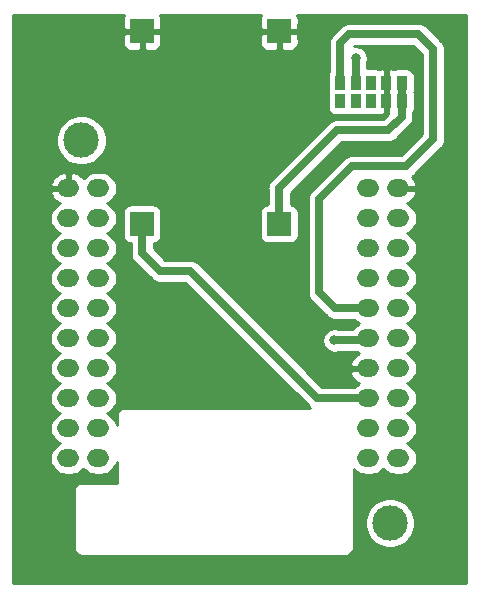
<source format=gbr>
G04 #@! TF.GenerationSoftware,KiCad,Pcbnew,5.1.5*
G04 #@! TF.CreationDate,2020-01-04T22:35:37-05:00*
G04 #@! TF.ProjectId,canairio_hw_pms,63616e61-6972-4696-9f5f-68775f706d73,rev?*
G04 #@! TF.SameCoordinates,PX4c1a6c0PY7ce98a0*
G04 #@! TF.FileFunction,Copper,L1,Top*
G04 #@! TF.FilePolarity,Positive*
%FSLAX46Y46*%
G04 Gerber Fmt 4.6, Leading zero omitted, Abs format (unit mm)*
G04 Created by KiCad (PCBNEW 5.1.5) date 2020-01-04 22:35:37*
%MOMM*%
%LPD*%
G04 APERTURE LIST*
%ADD10C,3.000000*%
%ADD11O,1.879600X1.500000*%
%ADD12R,2.000000X2.000000*%
%ADD13R,0.900000X1.200000*%
%ADD14C,0.800000*%
%ADD15C,0.700000*%
%ADD16C,0.254000*%
G04 APERTURE END LIST*
D10*
X6483800Y38193800D03*
X32601200Y5780100D03*
D11*
X30771600Y26497100D03*
X33311600Y21417100D03*
X30771600Y31577100D03*
X33311600Y18877100D03*
X33311600Y31577100D03*
X33311600Y29037100D03*
X33311600Y11257100D03*
X30771600Y13797100D03*
X30771600Y29037100D03*
X30771600Y11257100D03*
X30771600Y16337100D03*
X33311600Y13797100D03*
X33311600Y26497100D03*
X33311600Y16337100D03*
X33311600Y34117100D03*
X30771600Y18877100D03*
X30771600Y23957100D03*
X33311600Y23957100D03*
X30771600Y34117100D03*
X30771600Y21417100D03*
X7931600Y11257100D03*
X5391600Y11257100D03*
X7931600Y13797100D03*
X5391600Y13797100D03*
X7931600Y16337100D03*
X5391600Y16337100D03*
X7931600Y18877100D03*
X5391600Y18877100D03*
X7931600Y21417100D03*
X5391600Y21417100D03*
X7931600Y23957100D03*
X5391600Y23957100D03*
X7931600Y26497100D03*
X5391600Y26497100D03*
X7931600Y29037100D03*
X5391600Y29037100D03*
X7931600Y31577100D03*
X5391600Y31577100D03*
X7931600Y34117100D03*
X5391600Y34117100D03*
D12*
X11627300Y31114000D03*
X23227300Y31114000D03*
X23227300Y47414000D03*
X11627300Y47414000D03*
D13*
X28411000Y41535600D03*
X29711000Y41535600D03*
X31011000Y41535600D03*
X32311000Y41535600D03*
X33611000Y41535600D03*
X28411000Y43035600D03*
X29711000Y43035600D03*
X31011000Y43035600D03*
X32311000Y43035600D03*
X33611000Y43035600D03*
D14*
X29711000Y45128000D03*
X27896000Y21252000D03*
D15*
X29711000Y43035600D02*
X29711000Y45128000D01*
X30606500Y21252000D02*
X30771600Y21417100D01*
X27896000Y21252000D02*
X30606500Y21252000D01*
X29420000Y35984000D02*
X33992000Y35984000D01*
X33992000Y35984000D02*
X36278000Y38270000D01*
X28411000Y44335600D02*
X28411000Y43035600D01*
X26626000Y33190000D02*
X29420000Y35984000D01*
X26626000Y25316000D02*
X26626000Y33190000D01*
X28404000Y44342600D02*
X28411000Y44335600D01*
X30771600Y23957100D02*
X27984900Y23957100D01*
X27984900Y23957100D02*
X26626000Y25316000D01*
X36278000Y38270000D02*
X36278000Y45890000D01*
X36278000Y45890000D02*
X35008000Y47160000D01*
X28404000Y46398000D02*
X28404000Y44342600D01*
X35008000Y47160000D02*
X29166000Y47160000D01*
X29166000Y47160000D02*
X28404000Y46398000D01*
X33611000Y41535600D02*
X33611000Y43035600D01*
X32468000Y39032000D02*
X28150000Y39032000D01*
X33611000Y41535600D02*
X33611000Y40175000D01*
X23227300Y34109300D02*
X23227300Y31114000D01*
X28150000Y39032000D02*
X23227300Y34109300D01*
X33611000Y40175000D02*
X32468000Y39032000D01*
X30771600Y16337100D02*
X26460900Y16337100D01*
X26460900Y16337100D02*
X15704000Y27094000D01*
X15704000Y27094000D02*
X13164000Y27094000D01*
X11627300Y28630700D02*
X11627300Y31114000D01*
X13164000Y27094000D02*
X11627300Y28630700D01*
D16*
G36*
X10037798Y48658180D02*
G01*
X10001488Y48538482D01*
X9989228Y48414000D01*
X9992300Y47699750D01*
X10151050Y47541000D01*
X11500300Y47541000D01*
X11500300Y47561000D01*
X11754300Y47561000D01*
X11754300Y47541000D01*
X13103550Y47541000D01*
X13262300Y47699750D01*
X13265372Y48414000D01*
X13253112Y48538482D01*
X13216802Y48658180D01*
X13161843Y48761000D01*
X21692757Y48761000D01*
X21637798Y48658180D01*
X21601488Y48538482D01*
X21589228Y48414000D01*
X21592300Y47699750D01*
X21751050Y47541000D01*
X23100300Y47541000D01*
X23100300Y47561000D01*
X23354300Y47561000D01*
X23354300Y47541000D01*
X24703550Y47541000D01*
X24862300Y47699750D01*
X24865372Y48414000D01*
X24853112Y48538482D01*
X24816802Y48658180D01*
X24761843Y48761000D01*
X39045000Y48761000D01*
X39045001Y685000D01*
X685000Y685000D01*
X685000Y31577100D01*
X3810099Y31577100D01*
X3836840Y31305593D01*
X3916036Y31044519D01*
X4044643Y30803912D01*
X4217719Y30593019D01*
X4428612Y30419943D01*
X4639727Y30307100D01*
X4428612Y30194257D01*
X4217719Y30021181D01*
X4044643Y29810288D01*
X3916036Y29569681D01*
X3836840Y29308607D01*
X3810099Y29037100D01*
X3836840Y28765593D01*
X3916036Y28504519D01*
X4044643Y28263912D01*
X4217719Y28053019D01*
X4428612Y27879943D01*
X4639727Y27767100D01*
X4428612Y27654257D01*
X4217719Y27481181D01*
X4044643Y27270288D01*
X3916036Y27029681D01*
X3836840Y26768607D01*
X3810099Y26497100D01*
X3836840Y26225593D01*
X3916036Y25964519D01*
X4044643Y25723912D01*
X4217719Y25513019D01*
X4428612Y25339943D01*
X4639727Y25227100D01*
X4428612Y25114257D01*
X4217719Y24941181D01*
X4044643Y24730288D01*
X3916036Y24489681D01*
X3836840Y24228607D01*
X3810099Y23957100D01*
X3836840Y23685593D01*
X3916036Y23424519D01*
X4044643Y23183912D01*
X4217719Y22973019D01*
X4428612Y22799943D01*
X4639727Y22687100D01*
X4428612Y22574257D01*
X4217719Y22401181D01*
X4044643Y22190288D01*
X3916036Y21949681D01*
X3836840Y21688607D01*
X3810099Y21417100D01*
X3836840Y21145593D01*
X3916036Y20884519D01*
X4044643Y20643912D01*
X4217719Y20433019D01*
X4428612Y20259943D01*
X4639727Y20147100D01*
X4428612Y20034257D01*
X4217719Y19861181D01*
X4044643Y19650288D01*
X3916036Y19409681D01*
X3836840Y19148607D01*
X3810099Y18877100D01*
X3836840Y18605593D01*
X3916036Y18344519D01*
X4044643Y18103912D01*
X4217719Y17893019D01*
X4428612Y17719943D01*
X4639727Y17607100D01*
X4428612Y17494257D01*
X4217719Y17321181D01*
X4044643Y17110288D01*
X3916036Y16869681D01*
X3836840Y16608607D01*
X3810099Y16337100D01*
X3836840Y16065593D01*
X3916036Y15804519D01*
X4044643Y15563912D01*
X4217719Y15353019D01*
X4428612Y15179943D01*
X4639727Y15067100D01*
X4428612Y14954257D01*
X4217719Y14781181D01*
X4044643Y14570288D01*
X3916036Y14329681D01*
X3836840Y14068607D01*
X3810099Y13797100D01*
X3836840Y13525593D01*
X3916036Y13264519D01*
X4044643Y13023912D01*
X4217719Y12813019D01*
X4428612Y12639943D01*
X4639727Y12527100D01*
X4428612Y12414257D01*
X4217719Y12241181D01*
X4044643Y12030288D01*
X3916036Y11789681D01*
X3836840Y11528607D01*
X3810099Y11257100D01*
X3836840Y10985593D01*
X3916036Y10724519D01*
X4044643Y10483912D01*
X4217719Y10273019D01*
X4428612Y10099943D01*
X4669219Y9971336D01*
X4930293Y9892140D01*
X5133763Y9872100D01*
X5649437Y9872100D01*
X5852907Y9892140D01*
X6113981Y9971336D01*
X6354588Y10099943D01*
X6565481Y10273019D01*
X6661600Y10390140D01*
X6757719Y10273019D01*
X6968612Y10099943D01*
X7209219Y9971336D01*
X7470293Y9892140D01*
X7673763Y9872100D01*
X8189437Y9872100D01*
X8392907Y9892140D01*
X8653981Y9971336D01*
X8894588Y10099943D01*
X9105481Y10273019D01*
X9278557Y10483912D01*
X9407164Y10724519D01*
X9471301Y10935949D01*
X9471301Y9196200D01*
X6556034Y9196200D01*
X6521900Y9199562D01*
X6487765Y9196200D01*
X6385656Y9186143D01*
X6254648Y9146402D01*
X6133911Y9081867D01*
X6028083Y8995017D01*
X5941233Y8889189D01*
X5876698Y8768452D01*
X5836957Y8637444D01*
X5823538Y8501200D01*
X5826900Y8467065D01*
X5826901Y3734745D01*
X5823538Y3700600D01*
X5836957Y3564356D01*
X5876698Y3433348D01*
X5941233Y3312611D01*
X6028083Y3206783D01*
X6133911Y3119933D01*
X6254648Y3055398D01*
X6385656Y3015657D01*
X6487765Y3005600D01*
X6487766Y3005600D01*
X6521900Y3002238D01*
X6556035Y3005600D01*
X28811965Y3005600D01*
X28846100Y3002238D01*
X28880234Y3005600D01*
X28880235Y3005600D01*
X28982344Y3015657D01*
X29113352Y3055398D01*
X29234089Y3119933D01*
X29339917Y3206783D01*
X29426767Y3312611D01*
X29491302Y3433348D01*
X29531043Y3564356D01*
X29544462Y3700600D01*
X29541100Y3734735D01*
X29541100Y5990379D01*
X30466200Y5990379D01*
X30466200Y5569821D01*
X30548247Y5157344D01*
X30709188Y4768798D01*
X30942837Y4419117D01*
X31240217Y4121737D01*
X31589898Y3888088D01*
X31978444Y3727147D01*
X32390921Y3645100D01*
X32811479Y3645100D01*
X33223956Y3727147D01*
X33612502Y3888088D01*
X33962183Y4121737D01*
X34259563Y4419117D01*
X34493212Y4768798D01*
X34654153Y5157344D01*
X34736200Y5569821D01*
X34736200Y5990379D01*
X34654153Y6402856D01*
X34493212Y6791402D01*
X34259563Y7141083D01*
X33962183Y7438463D01*
X33612502Y7672112D01*
X33223956Y7833053D01*
X32811479Y7915100D01*
X32390921Y7915100D01*
X31978444Y7833053D01*
X31589898Y7672112D01*
X31240217Y7438463D01*
X30942837Y7141083D01*
X30709188Y6791402D01*
X30548247Y6402856D01*
X30466200Y5990379D01*
X29541100Y5990379D01*
X29541100Y10342009D01*
X29597719Y10273019D01*
X29808612Y10099943D01*
X30049219Y9971336D01*
X30310293Y9892140D01*
X30513763Y9872100D01*
X31029437Y9872100D01*
X31232907Y9892140D01*
X31493981Y9971336D01*
X31734588Y10099943D01*
X31945481Y10273019D01*
X32041600Y10390140D01*
X32137719Y10273019D01*
X32348612Y10099943D01*
X32589219Y9971336D01*
X32850293Y9892140D01*
X33053763Y9872100D01*
X33569437Y9872100D01*
X33772907Y9892140D01*
X34033981Y9971336D01*
X34274588Y10099943D01*
X34485481Y10273019D01*
X34658557Y10483912D01*
X34787164Y10724519D01*
X34866360Y10985593D01*
X34893101Y11257100D01*
X34866360Y11528607D01*
X34787164Y11789681D01*
X34658557Y12030288D01*
X34485481Y12241181D01*
X34274588Y12414257D01*
X34063473Y12527100D01*
X34274588Y12639943D01*
X34485481Y12813019D01*
X34658557Y13023912D01*
X34787164Y13264519D01*
X34866360Y13525593D01*
X34893101Y13797100D01*
X34866360Y14068607D01*
X34787164Y14329681D01*
X34658557Y14570288D01*
X34485481Y14781181D01*
X34274588Y14954257D01*
X34063473Y15067100D01*
X34274588Y15179943D01*
X34485481Y15353019D01*
X34658557Y15563912D01*
X34787164Y15804519D01*
X34866360Y16065593D01*
X34893101Y16337100D01*
X34866360Y16608607D01*
X34787164Y16869681D01*
X34658557Y17110288D01*
X34485481Y17321181D01*
X34274588Y17494257D01*
X34063473Y17607100D01*
X34274588Y17719943D01*
X34485481Y17893019D01*
X34658557Y18103912D01*
X34787164Y18344519D01*
X34866360Y18605593D01*
X34893101Y18877100D01*
X34866360Y19148607D01*
X34787164Y19409681D01*
X34658557Y19650288D01*
X34485481Y19861181D01*
X34274588Y20034257D01*
X34063473Y20147100D01*
X34274588Y20259943D01*
X34485481Y20433019D01*
X34658557Y20643912D01*
X34787164Y20884519D01*
X34866360Y21145593D01*
X34893101Y21417100D01*
X34866360Y21688607D01*
X34787164Y21949681D01*
X34658557Y22190288D01*
X34485481Y22401181D01*
X34274588Y22574257D01*
X34063473Y22687100D01*
X34274588Y22799943D01*
X34485481Y22973019D01*
X34658557Y23183912D01*
X34787164Y23424519D01*
X34866360Y23685593D01*
X34893101Y23957100D01*
X34866360Y24228607D01*
X34787164Y24489681D01*
X34658557Y24730288D01*
X34485481Y24941181D01*
X34274588Y25114257D01*
X34063473Y25227100D01*
X34274588Y25339943D01*
X34485481Y25513019D01*
X34658557Y25723912D01*
X34787164Y25964519D01*
X34866360Y26225593D01*
X34893101Y26497100D01*
X34866360Y26768607D01*
X34787164Y27029681D01*
X34658557Y27270288D01*
X34485481Y27481181D01*
X34274588Y27654257D01*
X34063473Y27767100D01*
X34274588Y27879943D01*
X34485481Y28053019D01*
X34658557Y28263912D01*
X34787164Y28504519D01*
X34866360Y28765593D01*
X34893101Y29037100D01*
X34866360Y29308607D01*
X34787164Y29569681D01*
X34658557Y29810288D01*
X34485481Y30021181D01*
X34274588Y30194257D01*
X34063473Y30307100D01*
X34274588Y30419943D01*
X34485481Y30593019D01*
X34658557Y30803912D01*
X34787164Y31044519D01*
X34866360Y31305593D01*
X34893101Y31577100D01*
X34866360Y31848607D01*
X34787164Y32109681D01*
X34658557Y32350288D01*
X34485481Y32561181D01*
X34274588Y32734257D01*
X34056541Y32850805D01*
X34173016Y32900929D01*
X34397374Y33055323D01*
X34587301Y33250521D01*
X34735497Y33479021D01*
X34836267Y33732042D01*
X34843718Y33775915D01*
X34721056Y33990100D01*
X33438600Y33990100D01*
X33438600Y33970100D01*
X33184600Y33970100D01*
X33184600Y33990100D01*
X33164600Y33990100D01*
X33164600Y34244100D01*
X33184600Y34244100D01*
X33184600Y34264100D01*
X33438600Y34264100D01*
X33438600Y34244100D01*
X34721056Y34244100D01*
X34843718Y34458285D01*
X34836267Y34502158D01*
X34735497Y34755179D01*
X34587301Y34983679D01*
X34458234Y35116328D01*
X34541884Y35161040D01*
X34691870Y35284130D01*
X34722716Y35321716D01*
X36940284Y37539284D01*
X36977870Y37570130D01*
X37100960Y37720116D01*
X37192424Y37891233D01*
X37248747Y38076906D01*
X37263000Y38221620D01*
X37263000Y38221621D01*
X37267765Y38269999D01*
X37263000Y38318379D01*
X37263000Y45841621D01*
X37267765Y45890001D01*
X37248747Y46083095D01*
X37222439Y46169820D01*
X37192424Y46268767D01*
X37100960Y46439884D01*
X36977870Y46589870D01*
X36940284Y46620716D01*
X35738716Y47822284D01*
X35707870Y47859870D01*
X35557884Y47982960D01*
X35386767Y48074424D01*
X35201094Y48130747D01*
X35056380Y48145000D01*
X35008000Y48149765D01*
X34959620Y48145000D01*
X29214380Y48145000D01*
X29166000Y48149765D01*
X29117620Y48145000D01*
X28972906Y48130747D01*
X28787233Y48074424D01*
X28616116Y47982960D01*
X28466130Y47859870D01*
X28435288Y47822289D01*
X27741715Y47128715D01*
X27704130Y47097870D01*
X27581040Y46947884D01*
X27491964Y46781234D01*
X27489576Y46776766D01*
X27433253Y46591093D01*
X27414235Y46398000D01*
X27419000Y46349620D01*
X27419001Y44390990D01*
X27414235Y44342600D01*
X27426000Y44223147D01*
X27426000Y43981745D01*
X27371498Y43879780D01*
X27335188Y43760082D01*
X27322928Y43635600D01*
X27322928Y42435600D01*
X27335188Y42311118D01*
X27342929Y42285600D01*
X27335188Y42260082D01*
X27322928Y42135600D01*
X27322928Y40935600D01*
X27335188Y40811118D01*
X27371498Y40691420D01*
X27430463Y40581106D01*
X27509815Y40484415D01*
X27606506Y40405063D01*
X27716820Y40346098D01*
X27836518Y40309788D01*
X27961000Y40297528D01*
X28861000Y40297528D01*
X28985482Y40309788D01*
X29061000Y40332696D01*
X29136518Y40309788D01*
X29261000Y40297528D01*
X30161000Y40297528D01*
X30285482Y40309788D01*
X30361000Y40332696D01*
X30436518Y40309788D01*
X30561000Y40297528D01*
X31461000Y40297528D01*
X31585482Y40309788D01*
X31661000Y40332696D01*
X31736518Y40309788D01*
X31861000Y40297528D01*
X32025250Y40300600D01*
X32184000Y40459350D01*
X32184000Y41408600D01*
X32164000Y41408600D01*
X32164000Y41662600D01*
X32184000Y41662600D01*
X32184000Y42908600D01*
X32164000Y42908600D01*
X32164000Y43162600D01*
X32184000Y43162600D01*
X32184000Y44111850D01*
X32025250Y44270600D01*
X31861000Y44273672D01*
X31736518Y44261412D01*
X31661000Y44238504D01*
X31585482Y44261412D01*
X31461000Y44273672D01*
X30696000Y44273672D01*
X30696000Y44801414D01*
X30706226Y44826102D01*
X30746000Y45026061D01*
X30746000Y45229939D01*
X30706226Y45429898D01*
X30628205Y45618256D01*
X30514937Y45787774D01*
X30370774Y45931937D01*
X30201256Y46045205D01*
X30012898Y46123226D01*
X29812939Y46163000D01*
X29609061Y46163000D01*
X29550315Y46151315D01*
X29574001Y46175000D01*
X34600000Y46175000D01*
X35293001Y45481999D01*
X35293000Y38678000D01*
X33584000Y36969000D01*
X29468380Y36969000D01*
X29420000Y36973765D01*
X29371620Y36969000D01*
X29226906Y36954747D01*
X29041233Y36898424D01*
X28870116Y36806960D01*
X28720130Y36683870D01*
X28689289Y36646290D01*
X25963711Y33920711D01*
X25926131Y33889870D01*
X25803041Y33739884D01*
X25754152Y33648419D01*
X25711576Y33568766D01*
X25655253Y33383093D01*
X25636235Y33190000D01*
X25641001Y33141610D01*
X25641000Y25364380D01*
X25636235Y25316000D01*
X25641000Y25267621D01*
X25655253Y25122907D01*
X25711576Y24937234D01*
X25803040Y24766116D01*
X25926130Y24616130D01*
X25963715Y24585284D01*
X27254189Y23294810D01*
X27285030Y23257230D01*
X27435016Y23134140D01*
X27606133Y23042676D01*
X27791806Y22986353D01*
X27984900Y22967335D01*
X28033280Y22972100D01*
X29598839Y22972100D01*
X29808612Y22799943D01*
X30019727Y22687100D01*
X29808612Y22574257D01*
X29597719Y22401181D01*
X29462979Y22237000D01*
X28222586Y22237000D01*
X28197898Y22247226D01*
X27997939Y22287000D01*
X27794061Y22287000D01*
X27594102Y22247226D01*
X27405744Y22169205D01*
X27236226Y22055937D01*
X27092063Y21911774D01*
X26978795Y21742256D01*
X26900774Y21553898D01*
X26861000Y21353939D01*
X26861000Y21150061D01*
X26900774Y20950102D01*
X26978795Y20761744D01*
X27092063Y20592226D01*
X27236226Y20448063D01*
X27405744Y20334795D01*
X27594102Y20256774D01*
X27794061Y20217000D01*
X27997939Y20217000D01*
X28197898Y20256774D01*
X28222586Y20267000D01*
X29800013Y20267000D01*
X29808612Y20259943D01*
X30026659Y20143395D01*
X29910184Y20093271D01*
X29685826Y19938877D01*
X29495899Y19743679D01*
X29347703Y19515179D01*
X29246933Y19262158D01*
X29239482Y19218285D01*
X29362144Y19004100D01*
X30644600Y19004100D01*
X30644600Y19024100D01*
X30898600Y19024100D01*
X30898600Y19004100D01*
X30918600Y19004100D01*
X30918600Y18750100D01*
X30898600Y18750100D01*
X30898600Y18730100D01*
X30644600Y18730100D01*
X30644600Y18750100D01*
X29362144Y18750100D01*
X29239482Y18535915D01*
X29246933Y18492042D01*
X29347703Y18239021D01*
X29495899Y18010521D01*
X29685826Y17815323D01*
X29910184Y17660929D01*
X30026659Y17610805D01*
X29808612Y17494257D01*
X29598839Y17322100D01*
X26868901Y17322100D01*
X16434716Y27756284D01*
X16403870Y27793870D01*
X16253884Y27916960D01*
X16082767Y28008424D01*
X15897094Y28064747D01*
X15752380Y28079000D01*
X15704000Y28083765D01*
X15655620Y28079000D01*
X13572001Y28079000D01*
X12612300Y29038700D01*
X12612300Y29475928D01*
X12627300Y29475928D01*
X12751782Y29488188D01*
X12871480Y29524498D01*
X12981794Y29583463D01*
X13078485Y29662815D01*
X13157837Y29759506D01*
X13216802Y29869820D01*
X13253112Y29989518D01*
X13265372Y30114000D01*
X13265372Y32114000D01*
X21589228Y32114000D01*
X21589228Y30114000D01*
X21601488Y29989518D01*
X21637798Y29869820D01*
X21696763Y29759506D01*
X21776115Y29662815D01*
X21872806Y29583463D01*
X21983120Y29524498D01*
X22102818Y29488188D01*
X22227300Y29475928D01*
X24227300Y29475928D01*
X24351782Y29488188D01*
X24471480Y29524498D01*
X24581794Y29583463D01*
X24678485Y29662815D01*
X24757837Y29759506D01*
X24816802Y29869820D01*
X24853112Y29989518D01*
X24865372Y30114000D01*
X24865372Y32114000D01*
X24853112Y32238482D01*
X24816802Y32358180D01*
X24757837Y32468494D01*
X24678485Y32565185D01*
X24581794Y32644537D01*
X24471480Y32703502D01*
X24351782Y32739812D01*
X24227300Y32752072D01*
X24212300Y32752072D01*
X24212300Y33701300D01*
X28558000Y38047000D01*
X32419620Y38047000D01*
X32468000Y38042235D01*
X32516380Y38047000D01*
X32661094Y38061253D01*
X32846767Y38117576D01*
X33017884Y38209040D01*
X33167870Y38332130D01*
X33198716Y38369716D01*
X34273284Y39444284D01*
X34310870Y39475130D01*
X34433960Y39625116D01*
X34525424Y39796233D01*
X34581747Y39981906D01*
X34596000Y40126620D01*
X34600765Y40174999D01*
X34596000Y40223379D01*
X34596000Y40589456D01*
X34650502Y40691420D01*
X34686812Y40811118D01*
X34699072Y40935600D01*
X34699072Y42135600D01*
X34686812Y42260082D01*
X34679071Y42285600D01*
X34686812Y42311118D01*
X34699072Y42435600D01*
X34699072Y43635600D01*
X34686812Y43760082D01*
X34650502Y43879780D01*
X34591537Y43990094D01*
X34512185Y44086785D01*
X34415494Y44166137D01*
X34305180Y44225102D01*
X34185482Y44261412D01*
X34061000Y44273672D01*
X33161000Y44273672D01*
X33036518Y44261412D01*
X32961000Y44238504D01*
X32885482Y44261412D01*
X32761000Y44273672D01*
X32596750Y44270600D01*
X32438000Y44111850D01*
X32438000Y43162600D01*
X32458000Y43162600D01*
X32458000Y42908600D01*
X32438000Y42908600D01*
X32438000Y41662600D01*
X32458000Y41662600D01*
X32458000Y41408600D01*
X32438000Y41408600D01*
X32438000Y40459350D01*
X32470175Y40427175D01*
X32060000Y40017000D01*
X28198379Y40017000D01*
X28149999Y40021765D01*
X27956906Y40002747D01*
X27771233Y39946424D01*
X27600116Y39854960D01*
X27450130Y39731870D01*
X27419284Y39694284D01*
X22565016Y34840016D01*
X22527430Y34809170D01*
X22404340Y34659184D01*
X22320408Y34502158D01*
X22312876Y34488066D01*
X22256553Y34302393D01*
X22237535Y34109300D01*
X22242300Y34060920D01*
X22242300Y32752072D01*
X22227300Y32752072D01*
X22102818Y32739812D01*
X21983120Y32703502D01*
X21872806Y32644537D01*
X21776115Y32565185D01*
X21696763Y32468494D01*
X21637798Y32358180D01*
X21601488Y32238482D01*
X21589228Y32114000D01*
X13265372Y32114000D01*
X13253112Y32238482D01*
X13216802Y32358180D01*
X13157837Y32468494D01*
X13078485Y32565185D01*
X12981794Y32644537D01*
X12871480Y32703502D01*
X12751782Y32739812D01*
X12627300Y32752072D01*
X10627300Y32752072D01*
X10502818Y32739812D01*
X10383120Y32703502D01*
X10272806Y32644537D01*
X10176115Y32565185D01*
X10096763Y32468494D01*
X10037798Y32358180D01*
X10001488Y32238482D01*
X9989228Y32114000D01*
X9989228Y30114000D01*
X10001488Y29989518D01*
X10037798Y29869820D01*
X10096763Y29759506D01*
X10176115Y29662815D01*
X10272806Y29583463D01*
X10383120Y29524498D01*
X10502818Y29488188D01*
X10627300Y29475928D01*
X10642300Y29475928D01*
X10642300Y28679080D01*
X10637535Y28630700D01*
X10642300Y28582321D01*
X10656553Y28437607D01*
X10712876Y28251934D01*
X10804340Y28080816D01*
X10927430Y27930830D01*
X10965015Y27899984D01*
X12433289Y26431710D01*
X12464130Y26394130D01*
X12614116Y26271040D01*
X12785233Y26179576D01*
X12970906Y26123253D01*
X13164000Y26104235D01*
X13212380Y26109000D01*
X15296000Y26109000D01*
X25730189Y15674810D01*
X25761030Y15637230D01*
X25863909Y15552800D01*
X10200434Y15552800D01*
X10166300Y15556162D01*
X10132165Y15552800D01*
X10030056Y15542743D01*
X9899048Y15503002D01*
X9778311Y15438467D01*
X9672483Y15351617D01*
X9585633Y15245789D01*
X9521098Y15125052D01*
X9481357Y14994044D01*
X9467938Y14857800D01*
X9471300Y14823665D01*
X9471300Y14118253D01*
X9407164Y14329681D01*
X9278557Y14570288D01*
X9105481Y14781181D01*
X8894588Y14954257D01*
X8683473Y15067100D01*
X8894588Y15179943D01*
X9105481Y15353019D01*
X9278557Y15563912D01*
X9407164Y15804519D01*
X9486360Y16065593D01*
X9513101Y16337100D01*
X9486360Y16608607D01*
X9407164Y16869681D01*
X9278557Y17110288D01*
X9105481Y17321181D01*
X8894588Y17494257D01*
X8683473Y17607100D01*
X8894588Y17719943D01*
X9105481Y17893019D01*
X9278557Y18103912D01*
X9407164Y18344519D01*
X9486360Y18605593D01*
X9513101Y18877100D01*
X9486360Y19148607D01*
X9407164Y19409681D01*
X9278557Y19650288D01*
X9105481Y19861181D01*
X8894588Y20034257D01*
X8683473Y20147100D01*
X8894588Y20259943D01*
X9105481Y20433019D01*
X9278557Y20643912D01*
X9407164Y20884519D01*
X9486360Y21145593D01*
X9513101Y21417100D01*
X9486360Y21688607D01*
X9407164Y21949681D01*
X9278557Y22190288D01*
X9105481Y22401181D01*
X8894588Y22574257D01*
X8683473Y22687100D01*
X8894588Y22799943D01*
X9105481Y22973019D01*
X9278557Y23183912D01*
X9407164Y23424519D01*
X9486360Y23685593D01*
X9513101Y23957100D01*
X9486360Y24228607D01*
X9407164Y24489681D01*
X9278557Y24730288D01*
X9105481Y24941181D01*
X8894588Y25114257D01*
X8683473Y25227100D01*
X8894588Y25339943D01*
X9105481Y25513019D01*
X9278557Y25723912D01*
X9407164Y25964519D01*
X9486360Y26225593D01*
X9513101Y26497100D01*
X9486360Y26768607D01*
X9407164Y27029681D01*
X9278557Y27270288D01*
X9105481Y27481181D01*
X8894588Y27654257D01*
X8683473Y27767100D01*
X8894588Y27879943D01*
X9105481Y28053019D01*
X9278557Y28263912D01*
X9407164Y28504519D01*
X9486360Y28765593D01*
X9513101Y29037100D01*
X9486360Y29308607D01*
X9407164Y29569681D01*
X9278557Y29810288D01*
X9105481Y30021181D01*
X8894588Y30194257D01*
X8683473Y30307100D01*
X8894588Y30419943D01*
X9105481Y30593019D01*
X9278557Y30803912D01*
X9407164Y31044519D01*
X9486360Y31305593D01*
X9513101Y31577100D01*
X9486360Y31848607D01*
X9407164Y32109681D01*
X9278557Y32350288D01*
X9105481Y32561181D01*
X8894588Y32734257D01*
X8683473Y32847100D01*
X8894588Y32959943D01*
X9105481Y33133019D01*
X9278557Y33343912D01*
X9407164Y33584519D01*
X9486360Y33845593D01*
X9513101Y34117100D01*
X9486360Y34388607D01*
X9407164Y34649681D01*
X9278557Y34890288D01*
X9105481Y35101181D01*
X8894588Y35274257D01*
X8653981Y35402864D01*
X8392907Y35482060D01*
X8189437Y35502100D01*
X7673763Y35502100D01*
X7470293Y35482060D01*
X7209219Y35402864D01*
X6968612Y35274257D01*
X6757719Y35101181D01*
X6664039Y34987032D01*
X6477374Y35178877D01*
X6253016Y35333271D01*
X6002848Y35440928D01*
X5736484Y35497711D01*
X5518600Y35346224D01*
X5518600Y34244100D01*
X5538600Y34244100D01*
X5538600Y33990100D01*
X5518600Y33990100D01*
X5518600Y33970100D01*
X5264600Y33970100D01*
X5264600Y33990100D01*
X3982144Y33990100D01*
X3859482Y33775915D01*
X3866933Y33732042D01*
X3967703Y33479021D01*
X4115899Y33250521D01*
X4305826Y33055323D01*
X4530184Y32900929D01*
X4646659Y32850805D01*
X4428612Y32734257D01*
X4217719Y32561181D01*
X4044643Y32350288D01*
X3916036Y32109681D01*
X3836840Y31848607D01*
X3810099Y31577100D01*
X685000Y31577100D01*
X685000Y34458285D01*
X3859482Y34458285D01*
X3982144Y34244100D01*
X5264600Y34244100D01*
X5264600Y35346224D01*
X5046716Y35497711D01*
X4780352Y35440928D01*
X4530184Y35333271D01*
X4305826Y35178877D01*
X4115899Y34983679D01*
X3967703Y34755179D01*
X3866933Y34502158D01*
X3859482Y34458285D01*
X685000Y34458285D01*
X685000Y38404079D01*
X4348800Y38404079D01*
X4348800Y37983521D01*
X4430847Y37571044D01*
X4591788Y37182498D01*
X4825437Y36832817D01*
X5122817Y36535437D01*
X5472498Y36301788D01*
X5861044Y36140847D01*
X6273521Y36058800D01*
X6694079Y36058800D01*
X7106556Y36140847D01*
X7495102Y36301788D01*
X7844783Y36535437D01*
X8142163Y36832817D01*
X8375812Y37182498D01*
X8536753Y37571044D01*
X8618800Y37983521D01*
X8618800Y38404079D01*
X8536753Y38816556D01*
X8375812Y39205102D01*
X8142163Y39554783D01*
X7844783Y39852163D01*
X7495102Y40085812D01*
X7106556Y40246753D01*
X6694079Y40328800D01*
X6273521Y40328800D01*
X5861044Y40246753D01*
X5472498Y40085812D01*
X5122817Y39852163D01*
X4825437Y39554783D01*
X4591788Y39205102D01*
X4430847Y38816556D01*
X4348800Y38404079D01*
X685000Y38404079D01*
X685000Y46414000D01*
X9989228Y46414000D01*
X10001488Y46289518D01*
X10037798Y46169820D01*
X10096763Y46059506D01*
X10176115Y45962815D01*
X10272806Y45883463D01*
X10383120Y45824498D01*
X10502818Y45788188D01*
X10627300Y45775928D01*
X11341550Y45779000D01*
X11500300Y45937750D01*
X11500300Y47287000D01*
X11754300Y47287000D01*
X11754300Y45937750D01*
X11913050Y45779000D01*
X12627300Y45775928D01*
X12751782Y45788188D01*
X12871480Y45824498D01*
X12981794Y45883463D01*
X13078485Y45962815D01*
X13157837Y46059506D01*
X13216802Y46169820D01*
X13253112Y46289518D01*
X13265372Y46414000D01*
X21589228Y46414000D01*
X21601488Y46289518D01*
X21637798Y46169820D01*
X21696763Y46059506D01*
X21776115Y45962815D01*
X21872806Y45883463D01*
X21983120Y45824498D01*
X22102818Y45788188D01*
X22227300Y45775928D01*
X22941550Y45779000D01*
X23100300Y45937750D01*
X23100300Y47287000D01*
X23354300Y47287000D01*
X23354300Y45937750D01*
X23513050Y45779000D01*
X24227300Y45775928D01*
X24351782Y45788188D01*
X24471480Y45824498D01*
X24581794Y45883463D01*
X24678485Y45962815D01*
X24757837Y46059506D01*
X24816802Y46169820D01*
X24853112Y46289518D01*
X24865372Y46414000D01*
X24862300Y47128250D01*
X24703550Y47287000D01*
X23354300Y47287000D01*
X23100300Y47287000D01*
X21751050Y47287000D01*
X21592300Y47128250D01*
X21589228Y46414000D01*
X13265372Y46414000D01*
X13262300Y47128250D01*
X13103550Y47287000D01*
X11754300Y47287000D01*
X11500300Y47287000D01*
X10151050Y47287000D01*
X9992300Y47128250D01*
X9989228Y46414000D01*
X685000Y46414000D01*
X685000Y48761000D01*
X10092757Y48761000D01*
X10037798Y48658180D01*
G37*
X10037798Y48658180D02*
X10001488Y48538482D01*
X9989228Y48414000D01*
X9992300Y47699750D01*
X10151050Y47541000D01*
X11500300Y47541000D01*
X11500300Y47561000D01*
X11754300Y47561000D01*
X11754300Y47541000D01*
X13103550Y47541000D01*
X13262300Y47699750D01*
X13265372Y48414000D01*
X13253112Y48538482D01*
X13216802Y48658180D01*
X13161843Y48761000D01*
X21692757Y48761000D01*
X21637798Y48658180D01*
X21601488Y48538482D01*
X21589228Y48414000D01*
X21592300Y47699750D01*
X21751050Y47541000D01*
X23100300Y47541000D01*
X23100300Y47561000D01*
X23354300Y47561000D01*
X23354300Y47541000D01*
X24703550Y47541000D01*
X24862300Y47699750D01*
X24865372Y48414000D01*
X24853112Y48538482D01*
X24816802Y48658180D01*
X24761843Y48761000D01*
X39045000Y48761000D01*
X39045001Y685000D01*
X685000Y685000D01*
X685000Y31577100D01*
X3810099Y31577100D01*
X3836840Y31305593D01*
X3916036Y31044519D01*
X4044643Y30803912D01*
X4217719Y30593019D01*
X4428612Y30419943D01*
X4639727Y30307100D01*
X4428612Y30194257D01*
X4217719Y30021181D01*
X4044643Y29810288D01*
X3916036Y29569681D01*
X3836840Y29308607D01*
X3810099Y29037100D01*
X3836840Y28765593D01*
X3916036Y28504519D01*
X4044643Y28263912D01*
X4217719Y28053019D01*
X4428612Y27879943D01*
X4639727Y27767100D01*
X4428612Y27654257D01*
X4217719Y27481181D01*
X4044643Y27270288D01*
X3916036Y27029681D01*
X3836840Y26768607D01*
X3810099Y26497100D01*
X3836840Y26225593D01*
X3916036Y25964519D01*
X4044643Y25723912D01*
X4217719Y25513019D01*
X4428612Y25339943D01*
X4639727Y25227100D01*
X4428612Y25114257D01*
X4217719Y24941181D01*
X4044643Y24730288D01*
X3916036Y24489681D01*
X3836840Y24228607D01*
X3810099Y23957100D01*
X3836840Y23685593D01*
X3916036Y23424519D01*
X4044643Y23183912D01*
X4217719Y22973019D01*
X4428612Y22799943D01*
X4639727Y22687100D01*
X4428612Y22574257D01*
X4217719Y22401181D01*
X4044643Y22190288D01*
X3916036Y21949681D01*
X3836840Y21688607D01*
X3810099Y21417100D01*
X3836840Y21145593D01*
X3916036Y20884519D01*
X4044643Y20643912D01*
X4217719Y20433019D01*
X4428612Y20259943D01*
X4639727Y20147100D01*
X4428612Y20034257D01*
X4217719Y19861181D01*
X4044643Y19650288D01*
X3916036Y19409681D01*
X3836840Y19148607D01*
X3810099Y18877100D01*
X3836840Y18605593D01*
X3916036Y18344519D01*
X4044643Y18103912D01*
X4217719Y17893019D01*
X4428612Y17719943D01*
X4639727Y17607100D01*
X4428612Y17494257D01*
X4217719Y17321181D01*
X4044643Y17110288D01*
X3916036Y16869681D01*
X3836840Y16608607D01*
X3810099Y16337100D01*
X3836840Y16065593D01*
X3916036Y15804519D01*
X4044643Y15563912D01*
X4217719Y15353019D01*
X4428612Y15179943D01*
X4639727Y15067100D01*
X4428612Y14954257D01*
X4217719Y14781181D01*
X4044643Y14570288D01*
X3916036Y14329681D01*
X3836840Y14068607D01*
X3810099Y13797100D01*
X3836840Y13525593D01*
X3916036Y13264519D01*
X4044643Y13023912D01*
X4217719Y12813019D01*
X4428612Y12639943D01*
X4639727Y12527100D01*
X4428612Y12414257D01*
X4217719Y12241181D01*
X4044643Y12030288D01*
X3916036Y11789681D01*
X3836840Y11528607D01*
X3810099Y11257100D01*
X3836840Y10985593D01*
X3916036Y10724519D01*
X4044643Y10483912D01*
X4217719Y10273019D01*
X4428612Y10099943D01*
X4669219Y9971336D01*
X4930293Y9892140D01*
X5133763Y9872100D01*
X5649437Y9872100D01*
X5852907Y9892140D01*
X6113981Y9971336D01*
X6354588Y10099943D01*
X6565481Y10273019D01*
X6661600Y10390140D01*
X6757719Y10273019D01*
X6968612Y10099943D01*
X7209219Y9971336D01*
X7470293Y9892140D01*
X7673763Y9872100D01*
X8189437Y9872100D01*
X8392907Y9892140D01*
X8653981Y9971336D01*
X8894588Y10099943D01*
X9105481Y10273019D01*
X9278557Y10483912D01*
X9407164Y10724519D01*
X9471301Y10935949D01*
X9471301Y9196200D01*
X6556034Y9196200D01*
X6521900Y9199562D01*
X6487765Y9196200D01*
X6385656Y9186143D01*
X6254648Y9146402D01*
X6133911Y9081867D01*
X6028083Y8995017D01*
X5941233Y8889189D01*
X5876698Y8768452D01*
X5836957Y8637444D01*
X5823538Y8501200D01*
X5826900Y8467065D01*
X5826901Y3734745D01*
X5823538Y3700600D01*
X5836957Y3564356D01*
X5876698Y3433348D01*
X5941233Y3312611D01*
X6028083Y3206783D01*
X6133911Y3119933D01*
X6254648Y3055398D01*
X6385656Y3015657D01*
X6487765Y3005600D01*
X6487766Y3005600D01*
X6521900Y3002238D01*
X6556035Y3005600D01*
X28811965Y3005600D01*
X28846100Y3002238D01*
X28880234Y3005600D01*
X28880235Y3005600D01*
X28982344Y3015657D01*
X29113352Y3055398D01*
X29234089Y3119933D01*
X29339917Y3206783D01*
X29426767Y3312611D01*
X29491302Y3433348D01*
X29531043Y3564356D01*
X29544462Y3700600D01*
X29541100Y3734735D01*
X29541100Y5990379D01*
X30466200Y5990379D01*
X30466200Y5569821D01*
X30548247Y5157344D01*
X30709188Y4768798D01*
X30942837Y4419117D01*
X31240217Y4121737D01*
X31589898Y3888088D01*
X31978444Y3727147D01*
X32390921Y3645100D01*
X32811479Y3645100D01*
X33223956Y3727147D01*
X33612502Y3888088D01*
X33962183Y4121737D01*
X34259563Y4419117D01*
X34493212Y4768798D01*
X34654153Y5157344D01*
X34736200Y5569821D01*
X34736200Y5990379D01*
X34654153Y6402856D01*
X34493212Y6791402D01*
X34259563Y7141083D01*
X33962183Y7438463D01*
X33612502Y7672112D01*
X33223956Y7833053D01*
X32811479Y7915100D01*
X32390921Y7915100D01*
X31978444Y7833053D01*
X31589898Y7672112D01*
X31240217Y7438463D01*
X30942837Y7141083D01*
X30709188Y6791402D01*
X30548247Y6402856D01*
X30466200Y5990379D01*
X29541100Y5990379D01*
X29541100Y10342009D01*
X29597719Y10273019D01*
X29808612Y10099943D01*
X30049219Y9971336D01*
X30310293Y9892140D01*
X30513763Y9872100D01*
X31029437Y9872100D01*
X31232907Y9892140D01*
X31493981Y9971336D01*
X31734588Y10099943D01*
X31945481Y10273019D01*
X32041600Y10390140D01*
X32137719Y10273019D01*
X32348612Y10099943D01*
X32589219Y9971336D01*
X32850293Y9892140D01*
X33053763Y9872100D01*
X33569437Y9872100D01*
X33772907Y9892140D01*
X34033981Y9971336D01*
X34274588Y10099943D01*
X34485481Y10273019D01*
X34658557Y10483912D01*
X34787164Y10724519D01*
X34866360Y10985593D01*
X34893101Y11257100D01*
X34866360Y11528607D01*
X34787164Y11789681D01*
X34658557Y12030288D01*
X34485481Y12241181D01*
X34274588Y12414257D01*
X34063473Y12527100D01*
X34274588Y12639943D01*
X34485481Y12813019D01*
X34658557Y13023912D01*
X34787164Y13264519D01*
X34866360Y13525593D01*
X34893101Y13797100D01*
X34866360Y14068607D01*
X34787164Y14329681D01*
X34658557Y14570288D01*
X34485481Y14781181D01*
X34274588Y14954257D01*
X34063473Y15067100D01*
X34274588Y15179943D01*
X34485481Y15353019D01*
X34658557Y15563912D01*
X34787164Y15804519D01*
X34866360Y16065593D01*
X34893101Y16337100D01*
X34866360Y16608607D01*
X34787164Y16869681D01*
X34658557Y17110288D01*
X34485481Y17321181D01*
X34274588Y17494257D01*
X34063473Y17607100D01*
X34274588Y17719943D01*
X34485481Y17893019D01*
X34658557Y18103912D01*
X34787164Y18344519D01*
X34866360Y18605593D01*
X34893101Y18877100D01*
X34866360Y19148607D01*
X34787164Y19409681D01*
X34658557Y19650288D01*
X34485481Y19861181D01*
X34274588Y20034257D01*
X34063473Y20147100D01*
X34274588Y20259943D01*
X34485481Y20433019D01*
X34658557Y20643912D01*
X34787164Y20884519D01*
X34866360Y21145593D01*
X34893101Y21417100D01*
X34866360Y21688607D01*
X34787164Y21949681D01*
X34658557Y22190288D01*
X34485481Y22401181D01*
X34274588Y22574257D01*
X34063473Y22687100D01*
X34274588Y22799943D01*
X34485481Y22973019D01*
X34658557Y23183912D01*
X34787164Y23424519D01*
X34866360Y23685593D01*
X34893101Y23957100D01*
X34866360Y24228607D01*
X34787164Y24489681D01*
X34658557Y24730288D01*
X34485481Y24941181D01*
X34274588Y25114257D01*
X34063473Y25227100D01*
X34274588Y25339943D01*
X34485481Y25513019D01*
X34658557Y25723912D01*
X34787164Y25964519D01*
X34866360Y26225593D01*
X34893101Y26497100D01*
X34866360Y26768607D01*
X34787164Y27029681D01*
X34658557Y27270288D01*
X34485481Y27481181D01*
X34274588Y27654257D01*
X34063473Y27767100D01*
X34274588Y27879943D01*
X34485481Y28053019D01*
X34658557Y28263912D01*
X34787164Y28504519D01*
X34866360Y28765593D01*
X34893101Y29037100D01*
X34866360Y29308607D01*
X34787164Y29569681D01*
X34658557Y29810288D01*
X34485481Y30021181D01*
X34274588Y30194257D01*
X34063473Y30307100D01*
X34274588Y30419943D01*
X34485481Y30593019D01*
X34658557Y30803912D01*
X34787164Y31044519D01*
X34866360Y31305593D01*
X34893101Y31577100D01*
X34866360Y31848607D01*
X34787164Y32109681D01*
X34658557Y32350288D01*
X34485481Y32561181D01*
X34274588Y32734257D01*
X34056541Y32850805D01*
X34173016Y32900929D01*
X34397374Y33055323D01*
X34587301Y33250521D01*
X34735497Y33479021D01*
X34836267Y33732042D01*
X34843718Y33775915D01*
X34721056Y33990100D01*
X33438600Y33990100D01*
X33438600Y33970100D01*
X33184600Y33970100D01*
X33184600Y33990100D01*
X33164600Y33990100D01*
X33164600Y34244100D01*
X33184600Y34244100D01*
X33184600Y34264100D01*
X33438600Y34264100D01*
X33438600Y34244100D01*
X34721056Y34244100D01*
X34843718Y34458285D01*
X34836267Y34502158D01*
X34735497Y34755179D01*
X34587301Y34983679D01*
X34458234Y35116328D01*
X34541884Y35161040D01*
X34691870Y35284130D01*
X34722716Y35321716D01*
X36940284Y37539284D01*
X36977870Y37570130D01*
X37100960Y37720116D01*
X37192424Y37891233D01*
X37248747Y38076906D01*
X37263000Y38221620D01*
X37263000Y38221621D01*
X37267765Y38269999D01*
X37263000Y38318379D01*
X37263000Y45841621D01*
X37267765Y45890001D01*
X37248747Y46083095D01*
X37222439Y46169820D01*
X37192424Y46268767D01*
X37100960Y46439884D01*
X36977870Y46589870D01*
X36940284Y46620716D01*
X35738716Y47822284D01*
X35707870Y47859870D01*
X35557884Y47982960D01*
X35386767Y48074424D01*
X35201094Y48130747D01*
X35056380Y48145000D01*
X35008000Y48149765D01*
X34959620Y48145000D01*
X29214380Y48145000D01*
X29166000Y48149765D01*
X29117620Y48145000D01*
X28972906Y48130747D01*
X28787233Y48074424D01*
X28616116Y47982960D01*
X28466130Y47859870D01*
X28435288Y47822289D01*
X27741715Y47128715D01*
X27704130Y47097870D01*
X27581040Y46947884D01*
X27491964Y46781234D01*
X27489576Y46776766D01*
X27433253Y46591093D01*
X27414235Y46398000D01*
X27419000Y46349620D01*
X27419001Y44390990D01*
X27414235Y44342600D01*
X27426000Y44223147D01*
X27426000Y43981745D01*
X27371498Y43879780D01*
X27335188Y43760082D01*
X27322928Y43635600D01*
X27322928Y42435600D01*
X27335188Y42311118D01*
X27342929Y42285600D01*
X27335188Y42260082D01*
X27322928Y42135600D01*
X27322928Y40935600D01*
X27335188Y40811118D01*
X27371498Y40691420D01*
X27430463Y40581106D01*
X27509815Y40484415D01*
X27606506Y40405063D01*
X27716820Y40346098D01*
X27836518Y40309788D01*
X27961000Y40297528D01*
X28861000Y40297528D01*
X28985482Y40309788D01*
X29061000Y40332696D01*
X29136518Y40309788D01*
X29261000Y40297528D01*
X30161000Y40297528D01*
X30285482Y40309788D01*
X30361000Y40332696D01*
X30436518Y40309788D01*
X30561000Y40297528D01*
X31461000Y40297528D01*
X31585482Y40309788D01*
X31661000Y40332696D01*
X31736518Y40309788D01*
X31861000Y40297528D01*
X32025250Y40300600D01*
X32184000Y40459350D01*
X32184000Y41408600D01*
X32164000Y41408600D01*
X32164000Y41662600D01*
X32184000Y41662600D01*
X32184000Y42908600D01*
X32164000Y42908600D01*
X32164000Y43162600D01*
X32184000Y43162600D01*
X32184000Y44111850D01*
X32025250Y44270600D01*
X31861000Y44273672D01*
X31736518Y44261412D01*
X31661000Y44238504D01*
X31585482Y44261412D01*
X31461000Y44273672D01*
X30696000Y44273672D01*
X30696000Y44801414D01*
X30706226Y44826102D01*
X30746000Y45026061D01*
X30746000Y45229939D01*
X30706226Y45429898D01*
X30628205Y45618256D01*
X30514937Y45787774D01*
X30370774Y45931937D01*
X30201256Y46045205D01*
X30012898Y46123226D01*
X29812939Y46163000D01*
X29609061Y46163000D01*
X29550315Y46151315D01*
X29574001Y46175000D01*
X34600000Y46175000D01*
X35293001Y45481999D01*
X35293000Y38678000D01*
X33584000Y36969000D01*
X29468380Y36969000D01*
X29420000Y36973765D01*
X29371620Y36969000D01*
X29226906Y36954747D01*
X29041233Y36898424D01*
X28870116Y36806960D01*
X28720130Y36683870D01*
X28689289Y36646290D01*
X25963711Y33920711D01*
X25926131Y33889870D01*
X25803041Y33739884D01*
X25754152Y33648419D01*
X25711576Y33568766D01*
X25655253Y33383093D01*
X25636235Y33190000D01*
X25641001Y33141610D01*
X25641000Y25364380D01*
X25636235Y25316000D01*
X25641000Y25267621D01*
X25655253Y25122907D01*
X25711576Y24937234D01*
X25803040Y24766116D01*
X25926130Y24616130D01*
X25963715Y24585284D01*
X27254189Y23294810D01*
X27285030Y23257230D01*
X27435016Y23134140D01*
X27606133Y23042676D01*
X27791806Y22986353D01*
X27984900Y22967335D01*
X28033280Y22972100D01*
X29598839Y22972100D01*
X29808612Y22799943D01*
X30019727Y22687100D01*
X29808612Y22574257D01*
X29597719Y22401181D01*
X29462979Y22237000D01*
X28222586Y22237000D01*
X28197898Y22247226D01*
X27997939Y22287000D01*
X27794061Y22287000D01*
X27594102Y22247226D01*
X27405744Y22169205D01*
X27236226Y22055937D01*
X27092063Y21911774D01*
X26978795Y21742256D01*
X26900774Y21553898D01*
X26861000Y21353939D01*
X26861000Y21150061D01*
X26900774Y20950102D01*
X26978795Y20761744D01*
X27092063Y20592226D01*
X27236226Y20448063D01*
X27405744Y20334795D01*
X27594102Y20256774D01*
X27794061Y20217000D01*
X27997939Y20217000D01*
X28197898Y20256774D01*
X28222586Y20267000D01*
X29800013Y20267000D01*
X29808612Y20259943D01*
X30026659Y20143395D01*
X29910184Y20093271D01*
X29685826Y19938877D01*
X29495899Y19743679D01*
X29347703Y19515179D01*
X29246933Y19262158D01*
X29239482Y19218285D01*
X29362144Y19004100D01*
X30644600Y19004100D01*
X30644600Y19024100D01*
X30898600Y19024100D01*
X30898600Y19004100D01*
X30918600Y19004100D01*
X30918600Y18750100D01*
X30898600Y18750100D01*
X30898600Y18730100D01*
X30644600Y18730100D01*
X30644600Y18750100D01*
X29362144Y18750100D01*
X29239482Y18535915D01*
X29246933Y18492042D01*
X29347703Y18239021D01*
X29495899Y18010521D01*
X29685826Y17815323D01*
X29910184Y17660929D01*
X30026659Y17610805D01*
X29808612Y17494257D01*
X29598839Y17322100D01*
X26868901Y17322100D01*
X16434716Y27756284D01*
X16403870Y27793870D01*
X16253884Y27916960D01*
X16082767Y28008424D01*
X15897094Y28064747D01*
X15752380Y28079000D01*
X15704000Y28083765D01*
X15655620Y28079000D01*
X13572001Y28079000D01*
X12612300Y29038700D01*
X12612300Y29475928D01*
X12627300Y29475928D01*
X12751782Y29488188D01*
X12871480Y29524498D01*
X12981794Y29583463D01*
X13078485Y29662815D01*
X13157837Y29759506D01*
X13216802Y29869820D01*
X13253112Y29989518D01*
X13265372Y30114000D01*
X13265372Y32114000D01*
X21589228Y32114000D01*
X21589228Y30114000D01*
X21601488Y29989518D01*
X21637798Y29869820D01*
X21696763Y29759506D01*
X21776115Y29662815D01*
X21872806Y29583463D01*
X21983120Y29524498D01*
X22102818Y29488188D01*
X22227300Y29475928D01*
X24227300Y29475928D01*
X24351782Y29488188D01*
X24471480Y29524498D01*
X24581794Y29583463D01*
X24678485Y29662815D01*
X24757837Y29759506D01*
X24816802Y29869820D01*
X24853112Y29989518D01*
X24865372Y30114000D01*
X24865372Y32114000D01*
X24853112Y32238482D01*
X24816802Y32358180D01*
X24757837Y32468494D01*
X24678485Y32565185D01*
X24581794Y32644537D01*
X24471480Y32703502D01*
X24351782Y32739812D01*
X24227300Y32752072D01*
X24212300Y32752072D01*
X24212300Y33701300D01*
X28558000Y38047000D01*
X32419620Y38047000D01*
X32468000Y38042235D01*
X32516380Y38047000D01*
X32661094Y38061253D01*
X32846767Y38117576D01*
X33017884Y38209040D01*
X33167870Y38332130D01*
X33198716Y38369716D01*
X34273284Y39444284D01*
X34310870Y39475130D01*
X34433960Y39625116D01*
X34525424Y39796233D01*
X34581747Y39981906D01*
X34596000Y40126620D01*
X34600765Y40174999D01*
X34596000Y40223379D01*
X34596000Y40589456D01*
X34650502Y40691420D01*
X34686812Y40811118D01*
X34699072Y40935600D01*
X34699072Y42135600D01*
X34686812Y42260082D01*
X34679071Y42285600D01*
X34686812Y42311118D01*
X34699072Y42435600D01*
X34699072Y43635600D01*
X34686812Y43760082D01*
X34650502Y43879780D01*
X34591537Y43990094D01*
X34512185Y44086785D01*
X34415494Y44166137D01*
X34305180Y44225102D01*
X34185482Y44261412D01*
X34061000Y44273672D01*
X33161000Y44273672D01*
X33036518Y44261412D01*
X32961000Y44238504D01*
X32885482Y44261412D01*
X32761000Y44273672D01*
X32596750Y44270600D01*
X32438000Y44111850D01*
X32438000Y43162600D01*
X32458000Y43162600D01*
X32458000Y42908600D01*
X32438000Y42908600D01*
X32438000Y41662600D01*
X32458000Y41662600D01*
X32458000Y41408600D01*
X32438000Y41408600D01*
X32438000Y40459350D01*
X32470175Y40427175D01*
X32060000Y40017000D01*
X28198379Y40017000D01*
X28149999Y40021765D01*
X27956906Y40002747D01*
X27771233Y39946424D01*
X27600116Y39854960D01*
X27450130Y39731870D01*
X27419284Y39694284D01*
X22565016Y34840016D01*
X22527430Y34809170D01*
X22404340Y34659184D01*
X22320408Y34502158D01*
X22312876Y34488066D01*
X22256553Y34302393D01*
X22237535Y34109300D01*
X22242300Y34060920D01*
X22242300Y32752072D01*
X22227300Y32752072D01*
X22102818Y32739812D01*
X21983120Y32703502D01*
X21872806Y32644537D01*
X21776115Y32565185D01*
X21696763Y32468494D01*
X21637798Y32358180D01*
X21601488Y32238482D01*
X21589228Y32114000D01*
X13265372Y32114000D01*
X13253112Y32238482D01*
X13216802Y32358180D01*
X13157837Y32468494D01*
X13078485Y32565185D01*
X12981794Y32644537D01*
X12871480Y32703502D01*
X12751782Y32739812D01*
X12627300Y32752072D01*
X10627300Y32752072D01*
X10502818Y32739812D01*
X10383120Y32703502D01*
X10272806Y32644537D01*
X10176115Y32565185D01*
X10096763Y32468494D01*
X10037798Y32358180D01*
X10001488Y32238482D01*
X9989228Y32114000D01*
X9989228Y30114000D01*
X10001488Y29989518D01*
X10037798Y29869820D01*
X10096763Y29759506D01*
X10176115Y29662815D01*
X10272806Y29583463D01*
X10383120Y29524498D01*
X10502818Y29488188D01*
X10627300Y29475928D01*
X10642300Y29475928D01*
X10642300Y28679080D01*
X10637535Y28630700D01*
X10642300Y28582321D01*
X10656553Y28437607D01*
X10712876Y28251934D01*
X10804340Y28080816D01*
X10927430Y27930830D01*
X10965015Y27899984D01*
X12433289Y26431710D01*
X12464130Y26394130D01*
X12614116Y26271040D01*
X12785233Y26179576D01*
X12970906Y26123253D01*
X13164000Y26104235D01*
X13212380Y26109000D01*
X15296000Y26109000D01*
X25730189Y15674810D01*
X25761030Y15637230D01*
X25863909Y15552800D01*
X10200434Y15552800D01*
X10166300Y15556162D01*
X10132165Y15552800D01*
X10030056Y15542743D01*
X9899048Y15503002D01*
X9778311Y15438467D01*
X9672483Y15351617D01*
X9585633Y15245789D01*
X9521098Y15125052D01*
X9481357Y14994044D01*
X9467938Y14857800D01*
X9471300Y14823665D01*
X9471300Y14118253D01*
X9407164Y14329681D01*
X9278557Y14570288D01*
X9105481Y14781181D01*
X8894588Y14954257D01*
X8683473Y15067100D01*
X8894588Y15179943D01*
X9105481Y15353019D01*
X9278557Y15563912D01*
X9407164Y15804519D01*
X9486360Y16065593D01*
X9513101Y16337100D01*
X9486360Y16608607D01*
X9407164Y16869681D01*
X9278557Y17110288D01*
X9105481Y17321181D01*
X8894588Y17494257D01*
X8683473Y17607100D01*
X8894588Y17719943D01*
X9105481Y17893019D01*
X9278557Y18103912D01*
X9407164Y18344519D01*
X9486360Y18605593D01*
X9513101Y18877100D01*
X9486360Y19148607D01*
X9407164Y19409681D01*
X9278557Y19650288D01*
X9105481Y19861181D01*
X8894588Y20034257D01*
X8683473Y20147100D01*
X8894588Y20259943D01*
X9105481Y20433019D01*
X9278557Y20643912D01*
X9407164Y20884519D01*
X9486360Y21145593D01*
X9513101Y21417100D01*
X9486360Y21688607D01*
X9407164Y21949681D01*
X9278557Y22190288D01*
X9105481Y22401181D01*
X8894588Y22574257D01*
X8683473Y22687100D01*
X8894588Y22799943D01*
X9105481Y22973019D01*
X9278557Y23183912D01*
X9407164Y23424519D01*
X9486360Y23685593D01*
X9513101Y23957100D01*
X9486360Y24228607D01*
X9407164Y24489681D01*
X9278557Y24730288D01*
X9105481Y24941181D01*
X8894588Y25114257D01*
X8683473Y25227100D01*
X8894588Y25339943D01*
X9105481Y25513019D01*
X9278557Y25723912D01*
X9407164Y25964519D01*
X9486360Y26225593D01*
X9513101Y26497100D01*
X9486360Y26768607D01*
X9407164Y27029681D01*
X9278557Y27270288D01*
X9105481Y27481181D01*
X8894588Y27654257D01*
X8683473Y27767100D01*
X8894588Y27879943D01*
X9105481Y28053019D01*
X9278557Y28263912D01*
X9407164Y28504519D01*
X9486360Y28765593D01*
X9513101Y29037100D01*
X9486360Y29308607D01*
X9407164Y29569681D01*
X9278557Y29810288D01*
X9105481Y30021181D01*
X8894588Y30194257D01*
X8683473Y30307100D01*
X8894588Y30419943D01*
X9105481Y30593019D01*
X9278557Y30803912D01*
X9407164Y31044519D01*
X9486360Y31305593D01*
X9513101Y31577100D01*
X9486360Y31848607D01*
X9407164Y32109681D01*
X9278557Y32350288D01*
X9105481Y32561181D01*
X8894588Y32734257D01*
X8683473Y32847100D01*
X8894588Y32959943D01*
X9105481Y33133019D01*
X9278557Y33343912D01*
X9407164Y33584519D01*
X9486360Y33845593D01*
X9513101Y34117100D01*
X9486360Y34388607D01*
X9407164Y34649681D01*
X9278557Y34890288D01*
X9105481Y35101181D01*
X8894588Y35274257D01*
X8653981Y35402864D01*
X8392907Y35482060D01*
X8189437Y35502100D01*
X7673763Y35502100D01*
X7470293Y35482060D01*
X7209219Y35402864D01*
X6968612Y35274257D01*
X6757719Y35101181D01*
X6664039Y34987032D01*
X6477374Y35178877D01*
X6253016Y35333271D01*
X6002848Y35440928D01*
X5736484Y35497711D01*
X5518600Y35346224D01*
X5518600Y34244100D01*
X5538600Y34244100D01*
X5538600Y33990100D01*
X5518600Y33990100D01*
X5518600Y33970100D01*
X5264600Y33970100D01*
X5264600Y33990100D01*
X3982144Y33990100D01*
X3859482Y33775915D01*
X3866933Y33732042D01*
X3967703Y33479021D01*
X4115899Y33250521D01*
X4305826Y33055323D01*
X4530184Y32900929D01*
X4646659Y32850805D01*
X4428612Y32734257D01*
X4217719Y32561181D01*
X4044643Y32350288D01*
X3916036Y32109681D01*
X3836840Y31848607D01*
X3810099Y31577100D01*
X685000Y31577100D01*
X685000Y34458285D01*
X3859482Y34458285D01*
X3982144Y34244100D01*
X5264600Y34244100D01*
X5264600Y35346224D01*
X5046716Y35497711D01*
X4780352Y35440928D01*
X4530184Y35333271D01*
X4305826Y35178877D01*
X4115899Y34983679D01*
X3967703Y34755179D01*
X3866933Y34502158D01*
X3859482Y34458285D01*
X685000Y34458285D01*
X685000Y38404079D01*
X4348800Y38404079D01*
X4348800Y37983521D01*
X4430847Y37571044D01*
X4591788Y37182498D01*
X4825437Y36832817D01*
X5122817Y36535437D01*
X5472498Y36301788D01*
X5861044Y36140847D01*
X6273521Y36058800D01*
X6694079Y36058800D01*
X7106556Y36140847D01*
X7495102Y36301788D01*
X7844783Y36535437D01*
X8142163Y36832817D01*
X8375812Y37182498D01*
X8536753Y37571044D01*
X8618800Y37983521D01*
X8618800Y38404079D01*
X8536753Y38816556D01*
X8375812Y39205102D01*
X8142163Y39554783D01*
X7844783Y39852163D01*
X7495102Y40085812D01*
X7106556Y40246753D01*
X6694079Y40328800D01*
X6273521Y40328800D01*
X5861044Y40246753D01*
X5472498Y40085812D01*
X5122817Y39852163D01*
X4825437Y39554783D01*
X4591788Y39205102D01*
X4430847Y38816556D01*
X4348800Y38404079D01*
X685000Y38404079D01*
X685000Y46414000D01*
X9989228Y46414000D01*
X10001488Y46289518D01*
X10037798Y46169820D01*
X10096763Y46059506D01*
X10176115Y45962815D01*
X10272806Y45883463D01*
X10383120Y45824498D01*
X10502818Y45788188D01*
X10627300Y45775928D01*
X11341550Y45779000D01*
X11500300Y45937750D01*
X11500300Y47287000D01*
X11754300Y47287000D01*
X11754300Y45937750D01*
X11913050Y45779000D01*
X12627300Y45775928D01*
X12751782Y45788188D01*
X12871480Y45824498D01*
X12981794Y45883463D01*
X13078485Y45962815D01*
X13157837Y46059506D01*
X13216802Y46169820D01*
X13253112Y46289518D01*
X13265372Y46414000D01*
X21589228Y46414000D01*
X21601488Y46289518D01*
X21637798Y46169820D01*
X21696763Y46059506D01*
X21776115Y45962815D01*
X21872806Y45883463D01*
X21983120Y45824498D01*
X22102818Y45788188D01*
X22227300Y45775928D01*
X22941550Y45779000D01*
X23100300Y45937750D01*
X23100300Y47287000D01*
X23354300Y47287000D01*
X23354300Y45937750D01*
X23513050Y45779000D01*
X24227300Y45775928D01*
X24351782Y45788188D01*
X24471480Y45824498D01*
X24581794Y45883463D01*
X24678485Y45962815D01*
X24757837Y46059506D01*
X24816802Y46169820D01*
X24853112Y46289518D01*
X24865372Y46414000D01*
X24862300Y47128250D01*
X24703550Y47287000D01*
X23354300Y47287000D01*
X23100300Y47287000D01*
X21751050Y47287000D01*
X21592300Y47128250D01*
X21589228Y46414000D01*
X13265372Y46414000D01*
X13262300Y47128250D01*
X13103550Y47287000D01*
X11754300Y47287000D01*
X11500300Y47287000D01*
X10151050Y47287000D01*
X9992300Y47128250D01*
X9989228Y46414000D01*
X685000Y46414000D01*
X685000Y48761000D01*
X10092757Y48761000D01*
X10037798Y48658180D01*
M02*

</source>
